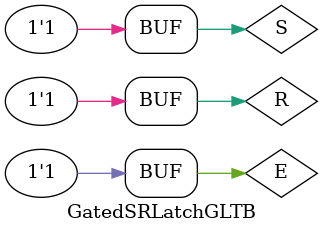
<source format=v>
module GatedSRLatchGLTB;
reg S,R, E;
wire Q;
wire notQ;


GatedSRLatchGL dut(.s(S), .r(R), .e(E),.q(Q), .notq(notQ));

initial begin
$monitor("simtime = %g, E = %b, S = %b, R = %b, Q = %b, notQ = %b", $time, E, S, R, Q, notQ);
end

initial begin 
#10 E = 0; S =0; R=0;
#10 E = 0; S =0; R=1;
#10 E = 0; S =1; R=0;
#10 E = 0; S =1; R=1;
#10 E = 1; S =0; R=0;
#10 E = 1; S =0; R=1;
#10 E = 1; S =1; R=0;
#10 E = 1; S =1; R=1;
end 
endmodule
</source>
